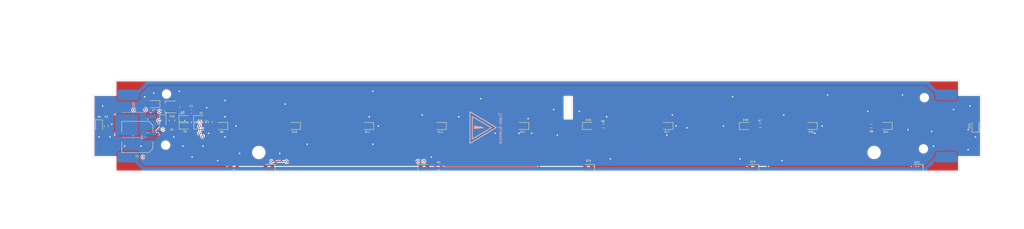
<source format=kicad_pcb>
(kicad_pcb (version 20240108) (generator "pcbnew") (generator_version "8.0")
  (layers (0 "F.Cu" signal) (31 "B.Cu" signal) (34 "B.Paste" user) (35 "F.Paste" user) (36 "B.SilkS" user "B.Silkscreen") (37 "F.SilkS" user "F.Silkscreen") (38 "B.Mask" user) (39 "F.Mask" user) (44 "Edge.Cuts" user))
  (net 0 "")
  (net 1 "AC1")
  (net 2 "AC2")
  (net 3 "Net-(D5-A)")
  (net 4 "VCC")
  (net 5 "GND")
  (net 6 "Net-(D10-A)")
  (net 7 "Net-(D9-A)")
  (net 8 "Net-(D7-K)")
  (net 9 "Net-(D12-K)")
  (net 10 "Net-(D13-K)")
  (net 11 "/Vled")
  (net 12 "Net-(R2-Pad2)")
  (net 13 "Net-(U1-VO)")
  (net 14 "Net-(D6-K)")
  (net 15 "Net-(D6-A)")
  (net 16 "Net-(D10-K)")
  (net 17 "Net-(D12-A)")
  (net 18 "Net-(D15-K)")
  (net 19 "Net-(D15-A)")
  (net 20 "Net-(D16-K)")
  (net 21 "Net-(D18-K)")
  (net 22 "Net-(D18-A)")
  (net 23 "Net-(D19-K)")
  (net 24 "Net-(D21-A)")
  (net 25 "Net-(D21-K)")
  (net 26 "Net-(D22-K)")
  (footprint "LED_SMD:LED_0805_2012Metric" (layer "F.Cu") (at 34.5 113 180)
    (property "Reference" "D7" (at 0 -1.65 0) (layer "F.SilkS") (effects (font (size 0.5 0.5) (thickness 0.075))))
    (property "Value" "LED")
    (pad "1" smd roundrect (at -0.9375 0 180) (size 0.975 1.4) (layers "F.Cu" "F.Paste" "F.Mask") (net 8 "Net-(D7-K)"))
    (pad "2" smd roundrect (at 0.9375 0 180) (size 0.975 1.4) (layers "F.Cu" "F.Paste" "F.Mask") (net 14 "Net-(D6-K)"))
  )
  (footprint "LED_SMD:LED_0805_2012Metric" (layer "F.Cu") (at 259.5 119 90)
    (property "Reference" "D23" (at 0 -1.65 90) (layer "F.SilkS") (effects (font (size 0.5 0.5) (thickness 0.075))))
    (property "Value" "LED")
    (pad "1" smd roundrect (at -0.9375 0 90) (size 0.975 1.4) (layers "F.Cu" "F.Paste" "F.Mask") (net 5 "GND"))
    (pad "2" smd roundrect (at 0.9375 0 90) (size 0.975 1.4) (layers "F.Cu" "F.Paste" "F.Mask") (net 26 "Net-(D22-K)"))
  )
  (footprint "custom_kicad_lib_sk:R_0603_smalltext" (layer "F.Cu") (at 231 119)
    (property "Reference" "R8" (at 0 1.5 0) (layer "F.SilkS") (effects (font (size 0.5 0.5) (thickness 0.075))))
    (property "Value" "10R")
    (pad "1" smd roundrect (at -0.9125 0) (size 0.975 0.95) (layers "F.Cu" "F.Paste" "F.Mask") (net 11 "/Vled"))
    (pad "2" smd roundrect (at 0.9125 0) (size 0.975 0.95) (layers "F.Cu" "F.Paste" "F.Mask") (net 24 "Net-(D21-A)"))
  )
  (footprint "LED_SMD:LED_0805_2012Metric" (layer "F.Cu") (at 66 130.429 180)
    (property "Reference" "D9" (at 0 -1.65 0) (layer "F.SilkS") (effects (font (size 0.5 0.5) (thickness 0.075))))
    (property "Value" "LED")
    (pad "1" smd roundrect (at -0.9375 0 180) (size 0.975 1.4) (layers "F.Cu" "F.Paste" "F.Mask") (net 6 "Net-(D10-A)"))
    (pad "2" smd roundrect (at 0.9375 0 180) (size 0.975 1.4) (layers "F.Cu" "F.Paste" "F.Mask") (net 7 "Net-(D9-A)"))
  )
  (footprint "LED_SMD:LED_0805_2012Metric" (layer "F.Cu") (at 73 119 180)
    (property "Reference" "D10" (at 0 -1.65 0) (layer "F.SilkS") (effects (font (size 0.5 0.5) (thickness 0.075))))
    (property "Value" "LED")
    (pad "1" smd roundrect (at -0.9375 0 180) (size 0.975 1.4) (layers "F.Cu" "F.Paste" "F.Mask") (net 16 "Net-(D10-K)"))
    (pad "2" smd roundrect (at 0.9375 0 180) (size 0.975 1.4) (layers "F.Cu" "F.Paste" "F.Mask") (net 6 "Net-(D10-A)"))
  )
  (footprint "LED_SMD:LED_0805_2012Metric" (layer "F.Cu") (at 19.5 119 -90)
    (property "Reference" "D6" (at -2.5 0 0) (layer "F.SilkS") (effects (font (size 0.5 0.5) (thickness 0.075))))
    (property "Value" "LED")
    (pad "1" smd roundrect (at -0.9375 0 270) (size 0.975 1.4) (layers "F.Cu" "F.Paste" "F.Mask") (net 14 "Net-(D6-K)"))
    (pad "2" smd roundrect (at 0.9375 0 270) (size 0.975 1.4) (layers "F.Cu" "F.Paste" "F.Mask") (net 15 "Net-(D6-A)"))
  )
  (footprint "LED_SMD:LED_0805_2012Metric" (layer "F.Cu") (at 175 119 180)
    (property "Reference" "D17" (at 0 -1.65 0) (layer "F.SilkS") (effects (font (size 0.5 0.5) (thickness 0.075))))
    (property "Value" "LED")
    (pad "1" smd roundrect (at -0.9375 0 180) (size 0.975 1.4) (layers "F.Cu" "F.Paste" "F.Mask") (net 5 "GND"))
    (pad "2" smd roundrect (at 0.9375 0 180) (size 0.975 1.4) (layers "F.Cu" "F.Paste" "F.Mask") (net 20 "Net-(D16-K)"))
  )
  (footprint "LED_SMD:LED_0805_2012Metric" (layer "F.Cu") (at 93 119 180)
    (property "Reference" "D11" (at 0 -1.65 0) (layer "F.SilkS") (effects (font (size 0.5 0.5) (thickness 0.075))))
    (property "Value" "LED")
    (pad "1" smd roundrect (at -0.9375 0 180) (size 0.975 1.4) (layers "F.Cu" "F.Paste" "F.Mask") (net 5 "GND"))
    (pad "2" smd roundrect (at 0.9375 0 180) (size 0.975 1.4) (layers "F.Cu" "F.Paste" "F.Mask") (net 16 "Net-(D10-K)"))
  )
  (footprint "Potentiometer_SMD:Potentiometer_Bourns_TC33X_Vertical" (layer "F.Cu") (at 39.497 113.792 180)
    (property "Reference" "RV1" (at 0 -2.5 180) (layer "F.SilkS") (effects (font (size 0.5 0.5) (thickness 0.075))))
    (property "Value" "500R")
    (pad "1" smd rect (at -1.8 -1 180) (size 1.2 1.2) (layers "F.Cu" "F.Paste" "F.Mask") (net 11 "/Vled"))
    (pad "2" smd rect (at 1.45 0 180) (size 1.5 1.6) (layers "F.Cu" "F.Paste" "F.Mask") (net 11 "/Vled"))
    (pad "3" smd rect (at -1.8 1 180) (size 1.2 1.2) (layers "F.Cu" "F.Paste" "F.Mask") (net 12 "Net-(R2-Pad2)"))
  )
  (footprint "LED_SMD:LED_0805_2012Metric" (layer "F.Cu") (at 112.9375 119 180)
    (property "Reference" "D13" (at 0 -1.65 0) (layer "F.SilkS") (effects (font (size 0.5 0.5) (thickness 0.075))))
    (property "Value" "LED")
    (pad "1" smd roundrect (at -0.9375 0 180) (size 0.975 1.4) (layers "F.Cu" "F.Paste" "F.Mask") (net 10 "Net-(D13-K)"))
    (pad "2" smd roundrect (at 0.9375 0 180) (size 0.975 1.4) (layers "F.Cu" "F.Paste" "F.Mask") (net 9 "Net-(D12-K)"))
  )
  (footprint "LED_SMD:LED_0805_2012Metric" (layer "F.Cu") (at 198.5 130.5 180)
    (property "Reference" "D19" (at -0.001 1.714 0) (layer "F.SilkS") (effects (font (size 0.5 0.5) (thickness 0.075))))
    (property "Value" "LED")
    (pad "1" smd roundrect (at -0.9375 0 180) (size 0.975 1.4) (layers "F.Cu" "F.Paste" "F.Mask") (net 23 "Net-(D19-K)"))
    (pad "2" smd roundrect (at 0.9375 0 180) (size 0.975 1.4) (layers "F.Cu" "F.Paste" "F.Mask") (net 21 "Net-(D18-K)"))
  )
  (footprint "Diode_SMD:D_SOD-323" (layer "F.Cu") (at 47.05 119)
    (property "Reference" "D1" (at 0 1.5 0) (layer "F.SilkS") (effects (font (size 0.5 0.5) (thickness 0.075))))
    (property "Value" "1N4148WS")
    (pad "1" smd roundrect (at -1.05 0) (size 0.6 0.45) (layers "F.Cu" "F.Paste" "F.Mask") (net 2 "AC2"))
    (pad "2" smd roundrect (at 1.05 0) (size 0.6 0.45) (layers "F.Cu" "F.Paste" "F.Mask") (net 5 "GND"))
  )
  (footprint "custom_kicad_lib_sk:R_0603_smalltext" (layer "F.Cu") (at 56.4375 130.429)
    (property "Reference" "R4" (at 0.0875 1.5 180) (layer "F.SilkS") (effects (font (size 0.5 0.5) (thickness 0.075))))
    (property "Value" "10R")
    (pad "1" smd roundrect (at -0.9125 0) (size 0.975 0.95) (layers "F.Cu" "F.Paste" "F.Mask") (net 11 "/Vled"))
    (pad "2" smd roundrect (at 0.9125 0) (size 0.975 0.95) (layers "F.Cu" "F.Paste" "F.Mask") (net 7 "Net-(D9-A)"))
  )
  (footprint "LED_SMD:LED_0805_2012Metric" (layer "F.Cu") (at 153.5625 119)
    (property "Reference" "D15" (at 0 -1.65 0) (layer "F.SilkS") (effects (font (size 0.5 0.5) (thickness 0.075))))
    (property "Value" "LED")
    (pad "1" smd roundrect (at -0.9375 0) (size 0.975 1.4) (layers "F.Cu" "F.Paste" "F.Mask") (net 18 "Net-(D15-K)"))
    (pad "2" smd roundrect (at 0.9375 0) (size 0.975 1.4) (layers "F.Cu" "F.Paste" "F.Mask") (net 19 "Net-(D15-A)"))
  )
  (footprint "Capacitor_SMD:C_Elec_8x10.2" (layer "F.Cu") (at 30 122 180)
    (property "Reference" "C3" (at 0 -5.2 180) (layer "F.SilkS") (effects (font (size 0.5 0.5) (thickness 0.075))))
    (property "Value" "220uF")
    (pad "1" smd roundrect (at -3.6 0 180) (size 4.5 2.1) (layers "F.Cu" "F.Paste" "F.Mask") (roundrect_rratio 0.119048) (net 3 "Net-(D5-A)"))
    (pad "2" smd roundrect (at 3.6 0 180) (size 4.5 2.1) (layers "F.Cu" "F.Paste" "F.Mask") (roundrect_rratio 0.119048) (net 5 "GND"))
  )
  (footprint "Diode_SMD:D_SOD-323" (layer "F.Cu") (at 47 117)
    (property "Reference" "D2" (at 0.5 -1.5 0) (layer "F.SilkS") (effects (font (size 0.5 0.5) (thickness 0.075))))
    (property "Value" "1N4148WS")
    (pad "1" smd roundrect (at -1.05 0) (size 0.6 0.45) (layers "F.Cu" "F.Paste" "F.Mask") (net 1 "AC1"))
    (pad "2" smd roundrect (at 1.05 0) (size 0.6 0.45) (layers "F.Cu" "F.Paste" "F.Mask") (net 5 "GND"))
  )
  (footprint "MountingHole:MountingHole_3.2mm_M3" (layer "F.Cu") (at 231.75 126.25)
    (property "Reference" "REF**" (hide yes))
    (property "Value" "MountingHole_3.2mm_M3")
    (pad "" np_thru_hole circle (at 0 0) (size 3.2 3.2) (drill 3.2) (layers "F&B.Cu" "*.Mask"))
  )
  (footprint "MountingHole:MountingHole_2.1mm" (layer "F.Cu") (at 38 110.25)
    (property "Reference" "REF**" (hide yes))
    (property "Value" "MountingHole_2.1mm")
    (pad "" np_thru_hole circle (at 0 0) (size 2.1 2.1) (drill 2.1) (layers "F&B.Cu" "*.Mask"))
  )
  (footprint "MountingHole:MountingHole_3.2mm_M3" (layer "F.Cu") (at 63.25 126.25)
    (property "Reference" "REF**" (hide yes))
    (property "Value" "MountingHole_3.2mm_M3")
    (pad "" np_thru_hole circle (at 0 0) (size 3.2 3.2) (drill 3.2) (layers "*.Cu" "*.Mask"))
  )
  (footprint "Capacitor_SMD:C_0603_1608Metric" (layer "F.Cu") (at 44.775 115)
    (property "Reference" "C1" (at 0 -1.43 0) (layer "F.SilkS") (effects (font (size 0.5 0.5) (thickness 0.075))))
    (property "Value" "100nF")
    (pad "1" smd roundrect (at -0.775 0) (size 0.9 0.95) (layers "F.Cu" "F.Paste" "F.Mask") (net 4 "VCC"))
    (pad "2" smd roundrect (at 0.775 0) (size 0.9 0.95) (layers "F.Cu" "F.Paste" "F.Mask") (net 5 "GND"))
  )
  (footprint "LED_SMD:LED_0805_2012Metric" (layer "F.Cu") (at 53.0625 119 180)
    (property "Reference" "D8" (at 0 -1.65 0) (layer "F.SilkS") (effects (font (size 0.5 0.5) (thickness 0.075))))
    (property "Value" "LED")
    (pad "1" smd roundrect (at -0.9375 0 180) (size 0.975 1.4) (layers "F.Cu" "F.Paste" "F.Mask") (net 5 "GND"))
    (pad "2" smd roundrect (at 0.9375 0 180) (size 0.975 1.4) (layers "F.Cu" "F.Paste" "F.Mask") (net 8 "Net-(D7-K)"))
  )
  (footprint "Diode_SMD:D_SOD-323" (layer "F.Cu") (at 37 117.55 -90)
    (property "Reference" "D5" (at 2.45 0 0) (layer "F.SilkS") (effects (font (size 0.5 0.5) (thickness 0.075))))
    (property "Value" "1N4148WS")
    (pad "1" smd roundrect (at -1.05 0 270) (size 0.6 0.45) (layers "F.Cu" "F.Paste" "F.Mask") (net 4 "VCC"))
    (pad "2" smd roundrect (at 1.05 0 270) (size 0.6 0.45) (layers "F.Cu" "F.Paste" "F.Mask") (net 3 "Net-(D5-A)"))
  )
  (footprint "LED_SMD:LED_0805_2012Metric" (layer "F.Cu") (at 153.5 130.5 180)
    (property "Reference" "D16" (at 0 2 0) (layer "F.SilkS") (effects (font (size 0.5 0.5) (thickness 0.075))))
    (property "Value" "LED")
    (pad "1" smd roundrect (at -0.9375 0 180) (size 0.975 1.4) (layers "F.Cu" "F.Paste" "F.Mask") (net 20 "Net-(D16-K)"))
    (pad "2" smd roundrect (at 0.9375 0 180) (size 0.975 1.4) (layers "F.Cu" "F.Paste" "F.Mask") (net 18 "Net-(D15-K)"))
  )
  (footprint "MountingHole:MountingHole_2.1mm" (layer "F.Cu") (at 245.25 125.25)
    (property "Reference" "REF**" (hide yes))
    (property "Value" "MountingHole_2.1mm")
    (pad "" np_thru_hole circle (at 0 0) (size 2.1 2.1) (drill 2.1) (layers "F&B.Cu" "*.Mask"))
  )
  (footprint "custom_kicad_lib_sk:R_0603_smalltext" (layer "F.Cu") (at 200.5565 118.872 180)
    (property "Reference" "R7" (at 0.0235 1.27 0) (layer "F.SilkS") (effects (font (size 0.5 0.5) (thickness 0.075))))
    (property "Value" "10R")
    (pad "1" smd roundrect (at -0.9125 0 180) (size 0.975 0.95) (layers "F.Cu" "F.Paste" "F.Mask") (net 11 "/Vled"))
    (pad "2" smd roundrect (at 0.9125 0 180) (size 0.975 0.95) (layers "F.Cu" "F.Paste" "F.Mask") (net 22 "Net-(D18-A)"))
  )
  (footprint "LED_SMD:LED_0805_2012Metric" (layer "F.Cu") (at 196.5 119)
    (property "Reference" "D18" (at 0 -1.65 0) (layer "F.SilkS") (effects (font (size 0.5 0.5) (thickness 0.075))))
    (property "Value" "LED")
    (pad "1" smd roundrect (at -0.9375 0) (size 0.975 1.4) (layers "F.Cu" "F.Paste" "F.Mask") (net 21 "Net-(D18-K)"))
    (pad "2" smd roundrect (at 0.9375 0) (size 0.975 1.4) (layers "F.Cu" "F.Paste" "F.Mask") (net 22 "Net-(D18-A)"))
  )
  (footprint "Diode_SMD:D_SOD-323" (layer "F.Cu") (at 43 117)
    (property "Reference" "D4" (at -0.5 -1.5 0) (layer "F.SilkS") (effects (font (size 0.5 0.5) (thickness 0.075))))
    (property "Value" "1N4148WS")
    (pad "1" smd roundrect (at -1.05 0) (size 0.6 0.45) (layers "F.Cu" "F.Paste" "F.Mask") (net 4 "VCC"))
    (pad "2" smd roundrect (at 1.05 0) (size 0.6 0.45) (layers "F.Cu" "F.Paste" "F.Mask") (net 1 "AC1"))
  )
  (footprint "LED_SMD:LED_0805_2012Metric" (layer "F.Cu") (at 243.5 130.5 180)
    (property "Reference" "D22" (at 0 1.5 0) (layer "F.SilkS") (effects (font (size 0.5 0.5) (thickness 0.075))))
    (property "Value" "LED")
    (pad "1" smd roundrect (at -0.9375 0 180) (size 0.975 1.4) (layers "F.Cu" "F.Paste" "F.Mask") (net 26 "Net-(D22-K)"))
    (pad "2" smd roundrect (at 0.9375 0 180) (size 0.975 1.4) (layers "F.Cu" "F.Paste" "F.Mask") (net 25 "Net-(D21-K)"))
  )
  (footprint "custom_kicad_lib_sk:R_0603_smalltext" (layer "F.Cu") (at 112.5 130.5 180)
    (property "Reference" "R5" (at 0 1.5 0) (layer "F.SilkS") (effects (font (size 0.5 0.5) (thickness 0.075))))
    (property "Value" "10R")
    (pad "1" smd roundrect (at -0.9125 0 180) (size 0.975 0.95) (layers "F.Cu" "F.Paste" "F.Mask") (net 11 "/Vled"))
    (pad "2" smd roundrect (at 0.9125 0 180) (size 0.975 0.95) (layers "F.Cu" "F.Paste" "F.Mask") (net 17 "Net-(D12-A)"))
  )
  (footprint "LED_SMD:LED_0805_2012Metric" (layer "F.Cu") (at 214.5 119 180)
    (property "Reference" "D20" (at 0 -1.65 0) (layer "F.SilkS") (effects (font (size 0.5 0.5) (thickness 0.075))))
    (property "Value" "LED")
    (pad "1" smd roundrect (at -0.9375 0 180) (size 0.975 1.4) (layers "F.Cu" "F.Paste" "F.Mask") (net 5 "GND"))
    (pad "2" smd roundrect (at 0.9375 0 180) (size 0.975 1.4) (layers "F.Cu" "F.Paste" "F.Mask") (net 23 "Net-(D19-K)"))
  )
  (footprint "custom_kicad_lib_sk:R_0603_smalltext" (layer "F.Cu") (at 21.5 119 -90)
    (property "Reference" "R3" (at -2.5 0 0) (layer "F.SilkS") (effects (font (size 0.5 0.5) (thickness 0.075))))
    (property "Value" "10R")
    (pad "1" smd roundrect (at -0.9125 0 270) (size 0.975 0.95) (layers "F.Cu" "F.Paste" "F.Mask") (net 11 "/Vled"))
    (pad "2" smd roundrect (at 0.9125 0 270) (size 0.975 0.95) (layers "F.Cu" "F.Paste" "F.Mask") (net 15 "Net-(D6-A)"))
  )
  (footprint "Diode_SMD:D_SOD-323" (layer "F.Cu") (at 43.05 119)
    (property "Reference" "D3" (at 0 1.5 0) (layer "F.SilkS") (effects (font (size 0.5 0.5) (thickness 0.075))))
    (property "Value" "1N4148WS")
    (pad "1" smd roundrect (at -1.05 0) (size 0.6 0.45) (layers "F.Cu" "F.Paste" "F.Mask") (net 4 "VCC"))
    (pad "2" smd roundrect (at 1.05 0) (size 0.6 0.45) (layers "F.Cu" "F.Paste" "F.Mask") (net 2 "AC2"))
  )
  (footprint "custom_kicad_lib_sk:R_0805_handsolder-smalltext" (layer "F.Cu") (at 39.5 117.5 90)
    (property "Reference" "R1" (at -2.5 0 0) (layer "F.SilkS") (effects (font (size 0.5 0.5) (thickness 0.075))))
    (property "Value" "100R")
    (pad "1" smd roundrect (at -1 0 90) (size 1.2 1.4) (layers "F.Cu" "F.Paste" "F.Mask") (roundrect_rratio 0.208333) (net 3 "Net-(D5-A)"))
    (pad "2" smd roundrect (at 1 0 90) (size 1.2 1.4) (layers "F.Cu" "F.Paste" "F.Mask") (roundrect_rratio 0.208333) (net 4 "VCC"))
  )
  (footprint "LED_SMD:LED_0805_2012Metric" (layer "F.Cu") (at 235 119 180)
    (property "Reference" "D21" (at 0 -1.65 0) (layer "F.SilkS") (effects (font (size 0.5 0.5) (thickness 0.075))))
    (property "Value" "LED")
    (pad "1" smd roundrect (at -0.9375 0 180) (size 0.975 1.4) (layers "F.Cu" "F.Paste" "F.Mask") (net 25 "Net-(D21-K)"))
    (pad "2" smd roundrect (at 0.9375 0 180) (size 0.975 1.4) (layers "F.Cu" "F.Paste" "F.Mask") (net 24 "Net-(D21-A)"))
  )
  (footprint "MountingHole:MountingHole_2.1mm" (layer "F.Cu") (at 37.75 124.25)
    (property "Reference" "REF**" (hide yes))
    (property "Value" "MountingHole_2.1mm")
    (pad "" np_thru_hole circle (at 0 0) (size 2.1 2.1) (drill 2.1) (layers "F&B.Cu" "*.Mask"))
  )
  (footprint "LED_SMD:LED_0805_2012Metric" (layer "F.Cu") (at 108.5 130.5)
    (property "Reference" "D12" (at 0 -1.65 0) (layer "F.SilkS") (effects (font (size 0.5 0.5) (thickness 0.075))))
    (property "Value" "LED")
    (pad "1" smd roundrect (at -0.9375 0) (size 0.975 1.4) (layers "F.Cu" "F.Paste" "F.Mask") (net 9 "Net-(D12-K)"))
    (pad "2" smd roundrect (at 0.9375 0) (size 0.975 1.4) (layers "F.Cu" "F.Paste" "F.Mask") (net 17 "Net-(D12-A)"))
  )
  (footprint "MountingHole:MountingHole_2.1mm" (layer "F.Cu") (at 245.5 111.25)
    (property "Reference" "REF**" (hide yes))
    (property "Value" "MountingHole_2.1mm")
    (pad "" np_thru_hole circle (at 0 0) (size 2.1 2.1) (drill 2.1) (layers "*.Cu" "*.Mask"))
  )
  (footprint "LED_SMD:LED_0805_2012Metric" (layer "F.Cu") (at 135.5 119 180)
    (property "Reference" "D14" (at 0 -1.65 0) (layer "F.SilkS") (effects (font (size 0.5 0.5) (thickness 0.075))))
    (property "Value" "LED")
    (pad "1" smd roundrect (at -0.9375 0 180) (size 0.975 1.4) (layers "F.Cu" "F.Paste" "F.Mask") (net 5 "GND"))
    (pad "2" smd roundrect (at 0.9375 0 180) (size 0.975 1.4) (layers "F.Cu" "F.Paste" "F.Mask") (net 10 "Net-(D13-K)"))
  )
  (footprint "custom_kicad_lib_sk:R_0603_smalltext" (layer "F.Cu") (at 50 117.9125 90)
    (property "Reference" "R2" (at 0.15 -1.125 90) (layer "F.SilkS") (effects (font (size 0.5 0.5) (thickness 0.075))))
    (property "Value" "100R")
    (pad "1" smd roundrect (at -0.9125 0 90) (size 0.975 0.95) (layers "F.Cu" "F.Paste" "F.Mask") (net 13 "Net-(U1-VO)"))
    (pad "2" smd roundrect (at 0.9125 0 90) (size 0.975 0.95) (layers "F.Cu" "F.Paste" "F.Mask") (net 12 "Net-(R2-Pad2)"))
  )
  (footprint "custom_kicad_lib_sk:R_0603_smalltext" (layer "F.Cu") (at 157.607 118.999 180)
    (property "Reference" "R6" (at 0.127 1.27 0) (layer "F.SilkS") (effects (font (size 0.5 0.5) (thickness 0.075))))
    (property "Value" "10R")
    (pad "1" smd roundrect (at -0.9125 0 180) (size 0.975 0.95) (layers "F.Cu" "F.Paste" "F.Mask") (net 11 "/Vled"))
    (pad "2" smd roundrect (at 0.9125 0 180) (size 0.975 0.95) (layers "F.Cu" "F.Paste" "F.Mask") (net 19 "Net-(D15-A)"))
  )
  (footprint "custom_kicad_lib_sk:01_solderpad_2.54" (layer "B.Cu") (at 27.5 127.5 180)
    (property "Reference" "J2" (hide yes))
    (property "Value" "Conn_01x01_Pin")
    (pad "1" smd roundrect (at 0 0 180) (size 6 3) (layers "B.Cu" "B.Paste" "B.Mask") (net 1 "AC1"))
  )
  (footprint "custom_kicad_lib_sk:01_solderpad_2.54" (layer "B.Cu") (at 27.5 110.5 180)
    (property "Reference" "J1" (hide yes))
    (property "Value" "Conn_01x01_Pin")
    (pad "1" smd roundrect (at 0 0 180) (size 6 3) (layers "B.Cu" "B.Paste" "B.Mask") (net 2 "AC2"))
  )
  (footprint "Package_TO_SOT_SMD:TO-252-2" (layer "B.Cu") (at 28.96 118.72 180)
    (property "Reference" "U1" (at 0 4.5 0) (layer "B.SilkS") (effects (font (size 0.5 0.5) (thickness 0.075)) (justify mirror)))
    (property "Value" "LM317_TO-252")
    (pad "1" smd roundrect (at -5.04 2.28 180) (size 2.2 1.2) (layers "B.Cu" "B.Paste" "B.Mask") (roundrect_rratio 0.208333) (net 11 "/Vled"))
    (pad "2" smd roundrect (at 0.225 -1.525 180) (size 3.05 2.75) (layers "B.Cu" "B.Paste") (roundrect_rratio 0.090909) (net 13 "Net-(U1-VO)"))
    (pad "2" smd roundrect (at 0.225 1.525 180) (size 3.05 2.75) (layers "B.Cu" "B.Paste") (roundrect_rratio 0.090909) (net 13 "Net-(U1-VO)"))
    (pad "2" smd roundrect (at 1.9 0 180) (size 6.4 5.8) (layers "B.Cu" "B.Mask") (roundrect_rratio 0.043103) (net 13 "Net-(U1-VO)"))
    (pad "2" smd roundrect (at 3.575 -1.525 180) (size 3.05 2.75) (layers "B.Cu" "B.Paste") (roundrect_rratio 0.090909) (net 13 "Net-(U1-VO)"))
    (pad "2" smd roundrect (at 3.575 1.525 180) (size 3.05 2.75) (layers "B.Cu" "B.Paste") (roundrect_rratio 0.090909) (net 13 "Net-(U1-VO)"))
    (pad "3" smd roundrect (at -5.04 -2.28 180) (size 2.2 1.2) (layers "B.Cu" "B.Paste" "B.Mask") (roundrect_rratio 0.208333) (net 4 "VCC"))
  )
  (footprint "custom_kicad_lib_sk:01_solderpad_2.54" (layer "B.Cu") (at 251.5 110.5 180)
    (property "Reference" "J3" (hide yes))
    (property "Value" "Conn_01x01_Pin")
    (pad "1" smd roundrect (at 0 0 180) (size 6 3) (layers "B.Cu" "B.Paste" "B.Mask") (net 2 "AC2"))
  )
  (footprint "custom_kicad_lib_sk:Train-Science logo small" (layer "B.Cu") (at 125.5 119.5 -90)
    (property "Reference" "G***" (hide yes))
    (property "Value" "LOGO" (hide yes))
  )
  (footprint "custom_kicad_lib_sk:01_solderpad_2.54" (layer "B.Cu") (at 251.5 127.5 180)
    (property "Reference" "J4" (hide yes))
    (property "Value" "Conn_01x01_Pin")
    (pad "1" smd roundrect (at 0 0 180) (size 6 3) (layers "B.Cu" "B.Paste" "B.Mask") (net 1 "AC1"))
  )
  (gr_line (start 255 106.5) (end 255 110.5) (stroke (width 0.1)) (layer "Edge.Cuts"))
  (gr_rect (start 147 111) (end 149 117) (stroke (width 0.1)) (fill none) (layer "Edge.Cuts"))
  (gr_line (start 24 131.5) (end 255 131.5) (stroke (width 0.1)) (layer "Edge.Cuts"))
  (gr_line (start 24 127.5) (end 18 127.5) (stroke (width 0.1)) (layer "Edge.Cuts"))
  (gr_line (start 24 106.5) (end 24 110.5) (stroke (width 0.1)) (layer "Edge.Cuts"))
  (gr_line (start 255 110.5) (end 261 110.5) (stroke (width 0.1)) (layer "Edge.Cuts"))
  (gr_line (start 24 110.5) (end 18 110.5) (stroke (width 0.1)) (layer "Edge.Cuts"))
  (gr_line (start 255 127.5) (end 261 127.5) (stroke (width 0.1)) (layer "Edge.Cuts"))
  (gr_line (start 24 131.5) (end 24 127.5) (stroke (width 0.1)) (layer "Edge.Cuts"))
  (gr_line (start 255 131.5) (end 255 127.5) (stroke (width 0.1)) (layer "Edge.Cuts"))
  (gr_line (start 255 106.5) (end 24 106.5) (stroke (width 0.1)) (layer "Edge.Cuts"))
  (gr_line (start 18 127.5) (end 18 110.5) (stroke (width 0.1)) (layer "Edge.Cuts"))
  (gr_line (start 261 127.5) (end 261 110.5) (stroke (width 0.1)) (layer "Edge.Cuts"))
  (segment (start 47 121) (end 47 123) (width 0.2) (layer "F.Cu") (net 1))
  (segment (start 44.05 117) (end 45.95 117) (width 0.25) (layer "F.Cu") (net 1))
  (segment (start 45.95 117.95) (end 47 119) (width 0.2) (layer "F.Cu") (net 1))
  (segment (start 42.5 127.5) (end 31.5 127.5) (width 0.2) (layer "F.Cu") (net 1))
  (segment (start 45.95 117) (end 45.95 117.95) (width 0.2) (layer "F.Cu") (net 1))
  (segment (start 47 123) (end 42.5 127.5) (width 0.2) (layer "F.Cu") (net 1))
  (via (at 47 121) (size 0.8) (drill 0.4) (layers "F.Cu" "B.Cu") (net 1))
  (via (at 47 119) (size 0.8) (drill 0.4) (layers "F.Cu" "B.Cu") (net 1))
  (via (at 31.5 127.5) (size 0.8) (drill 0.4) (layers "F.Cu" "B.Cu") (net 1))
  (segment (start 245.8 130.7) (end 31.7 130.7) (width 1) (layer "B.Cu") (net 1))
  (segment (start 47 119) (end 47 121) (width 0.2) (layer "B.Cu") (net 1))
  (segment (start 31.7 130.7) (end 27.5 126.5) (width 1) (layer "B.Cu") (net 1))
  (segment (start 250 126.5) (end 245.8 130.7) (width 1) (layer "B.Cu") (net 1))
  (segment (start 31.5 127.5) (end 27.5 127.5) (width 0.2) (layer "B.Cu") (net 1))
  (segment (start 43.416 119.525) (end 43.941 119) (width 0.2) (layer "F.Cu") (net 2))
  (segment (start 40.513 118.39948) (end 41.63852 119.525) (width 0.2) (layer "F.Cu") (net 2))
  (segment (start 46 119) (end 44.1 119) (width 0.25) (layer "F.Cu") (net 2))
  (segment (start 41.63852 119.525) (end 43.416 119.525) (width 0.2) (layer "F.Cu") (net 2))
  (segment (start 33.595 118.237) (end 36.04195 118.237) (width 0.2) (layer "F.Cu") (net 2))
  (segment (start 30.039 114.681) (end 33.595 118.237) (width 0.2) (layer "F.Cu") (net 2))
  (segment (start 36.727264 117.551686) (end 40.13643 117.551686) (width 0.2) (layer "F.Cu") (net 2))
  (segment (start 36.04195 118.237) (end 36.727264 117.551686) (width 0.2) (layer "F.Cu") (net 2))
  (segment (start 40.13643 117.551686) (end 40.513 117.928256) (width 0.2) (layer "F.Cu") (net 2))
  (segment (start 28.956 114.681) (end 30.039 114.681) (width 0.2) (layer "F.Cu") (net 2))
  (segment (start 40.513 117.928256) (end 40.513 118.39948) (width 0.2) (layer "F.Cu") (net 2))
  (via (at 28.956 114.681) (size 0.8) (drill 0.4) (layers "F.Cu" "B.Cu") (net 2))
  (segment (start 28.956 114.681) (end 28.956 111.956) (width 0.2) (layer "B.Cu") (net 2))
  (segment (start 250.5 111.5) (end 246.3 107.3) (width 1) (layer "B.Cu") (net 2))
  (segment (start 246.3 107.3) (end 32.7 107.3) (width 1) (layer "B.Cu") (net 2))
  (segment (start 32.7 107.3) (end 28.5 111.5) (width 1) (layer "B.Cu") (net 2))
  (segment (start 28.956 111.956) (end 27.5 110.5) (width 0.2) (layer "B.Cu") (net 2))
  (segment (start 33.6 122) (end 37 118.6) (width 0.25) (layer "F.Cu") (net 3))
  (segment (start 37 118.6) (end 39.4 118.6) (width 0.25) (layer "F.Cu") (net 3))
  (segment (start 36.025 117.475) (end 37 116.5) (width 0.2) (layer "F.Cu") (net 4))
  (segment (start 41.95 117) (end 41.95 118.95) (width 0.25) (layer "F.Cu") (net 4))
  (segment (start 35.814 117.475) (end 36.025 117.475) (width 0.2) (layer "F.Cu") (net 4))
  (segment (start 41.45 116.5) (end 41.95 117) (width 0.25) (layer "F.Cu") (net 4))
  (segment (start 39.5 116.5) (end 41.45 116.5) (width 0.25) (layer "F.Cu") (net 4))
  (segment (start 43.95 115) (end 41.95 117) (width 0.25) (layer "F.Cu") (net 4))
  (segment (start 39.5 116.5) (end 37 116.5) (width 0.25) (layer "F.Cu") (net 4))
  (via (at 35.814 117.475) (size 0.8) (drill 0.4) (layers "F.Cu" "B.Cu") (net 4))
  (segment (start 35.814 117.475) (end 35.814 119.186) (width 0.2) (layer "B.Cu") (net 4))
  (segment (start 35.814 119.186) (end 34 121) (width 0.2) (layer "B.Cu") (net 4))
  (segment (start 136.4375 119) (end 134.5 120.9375) (width 0.2) (layer "F.Cu") (net 5))
  (segment (start 134.5 120.9375) (end 134.5 121) (width 0.2) (layer "F.Cu") (net 5))
  (via (at 31 124.5) (size 0.8) (drill 0.4) (layers "F.Cu" "B.Cu") (net 5))
  (via (at 41.5 109.5) (size 0.8) (drill 0.4) (layers "F.Cu" "B.Cu") (net 5))
  (via (at 44.831 117.983) (size 0.5) (drill 0.3) (layers "F.Cu" "B.Cu") (net 5))
  (via (at 180.5 119.5) (size 0.8) (drill 0.4) (layers "F.Cu" "B.Cu") (net 5))
  (via (at 94.5 124) (size 0.8) (drill 0.4) (layers "F.Cu" "B.Cu") (net 5))
  (via (at 43 117.5) (size 0.5) (drill 0.3) (layers "F.Cu" "B.Cu") (net 5))
  (via (at 259.5 122) (size 0.8) (drill 0.4) (layers "F.Cu" "B.Cu") (net 5))
  (via (at 195 128) (size 0.8) (drill 0.4) (layers "F.Cu" "B.Cu") (net 5))
  (via (at 45 127.5) (size 0.8) (drill 0.4) (layers "F.Cu" "B.Cu") (net 5))
  (via (at 128 121) (size 0.8) (drill 0.4) (layers "F.Cu" "B.Cu") (net 5))
  (via (at 219 110.5) (size 0.8) (drill 0.4) (layers "F.Cu" "B.Cu") (net 5))
  (via (at 207 116) (size 0.8) (drill 0.4) (layers "F.Cu" "B.Cu") (net 5))
  (via (at 52 128.5) (size 0.8) (drill 0.4) (layers "F.Cu" "B.Cu") (net 5))
  (via (at 124 111.5) (size 0.8) (drill 0.4) (layers "F.Cu" "B.Cu") (net 5))
  (via (at 49.5 121) (size 0.8) (drill 0.4) (layers "F.Cu" "B.Cu") (net 5))
  (via (at 108 116) (size 0.8) (drill 0.4) (layers "F.Cu" "B.Cu") (net 5))
  (via (at 258 113.5) (size 0.8) (drill 0.4) (layers "F.Cu" "B.Cu") (net 5))
  (via (at 26.5 124.5) (size 0.8) (drill 0.4) (layers "F.Cu" "B.Cu") (net 5))
  (via (at 20.5 113.5) (size 0.8) (drill 0.4) (layers "F.Cu" "B.Cu") (net 5))
  (via (at 70.5 113) (size 0.8) (drill 0.4) (layers "F.Cu" "B.Cu") (net 5))
  (via (at 175 121.5) (size 0.8) (drill 0.4) (layers "F.Cu" "B.Cu") (net 5))
  (via (at 34.5 110) (size 0.8) (drill 0.4) (layers "F.Cu" "B.Cu") (net 5))
  (via (at 257.5 125.5) (size 0.8) (drill 0.4) (layers "F.Cu" "B.Cu") (net 5))
  (via (at 23 118.5) (size 0.8) (drill 0.4) (layers "F.Cu" "B.Cu") (net 5))
  (via (at 239.5 110.5) (size 0.8) (drill 0.4) (layers "F.Cu" "B.Cu") (net 5))
  (via (at 257.5 120) (size 0.8) (drill 0.4) (layers "F.Cu" "B.Cu") (net 5))
  (via (at 93.5 116.5) (size 0.8) (drill 0.4) (layers "F.Cu" "B.Cu") (net 5))
  (via (at 177.5 119) (size 0.8) (drill 0.4) (layers "F.Cu" "B.Cu") (net 5))
  (via (at 248 124.5) (size 0.8) (drill 0.4) (layers "F.Cu" "B.Cu") (net 5))
  (via (at 19.5 122) (size 0.8) (drill 0.4) (layers "F.Cu" "B.Cu") (net 5))
  (via (at 253.5 114.5) (size 0.8) (drill 0.4) (layers "F.Cu" "B.Cu") (net 5))
  (via (at 69 126.5) (size 0.8) (drill 0.4) (layers "F.Cu" "B.Cu") (net 5))
  (via (at 118 116.5) (size 0.8) (drill 0.4) (layers "F.Cu" "B.Cu") (net 5))
  (via (at 158.5 116.5) (size 0.8) (drill 0.4) (layers "F.Cu" "B.Cu") (net 5))
  (via (at 145 121.5) (size 0.8) (drill 0.4) (layers "F.Cu" "B.Cu") (net 5))
  (via (at 217.5 119) (size 0.8) (drill 0.4) (layers "F.Cu" "B.Cu") (net 5))
  (via (at 58 126.5) (size 0.8) (drill 0.4) (layers "F.Cu" "B.Cu") (net 5))
  (via (at 96 119) (size 0.8) (drill 0.4) (layers "F.Cu" "B.Cu") (net 5))
  (via (at 76.5 124) (size 0.8) (drill 0.4) (layers "F.Cu" "B.Cu") (net 5))
  (via (at 137 117) (size 0.8) (drill 0.4) (layers "F.Cu" "B.Cu") (net 5))
  (via (at 110.5 127.5) (size 0.8) (drill 0.4) (layers "F.Cu" "B.Cu") (net 5))
  (via (at 190.5 119) (size 0.8) (drill 0.4) (layers "F.Cu" "B.Cu") (net 5))
  (via (at 193 111) (size 0.8) (drill 0.4) (layers "F.Cu" "B.Cu") (net 5))
  (via (at 134.5 121) (size 0.8) (drill 0.4) (layers "F.Cu" "B.Cu") (net 5))
  (via (at 40 122) (size 0.8) (drill 0.4) (layers "F.Cu" "B.Cu") (net 5))
  (via (at 176.5 116) (size 0.8) (drill 0.4) (layers "F.Cu" "B.Cu") (net 5))
  (via (at 159.5 128) (size 0.8) (drill 0.4) (layers "F.Cu" "B.Cu") (net 5))
  (via (at 94.5 109.5) (size 0.8) (drill 0.4) (layers "F.Cu" "B.Cu") (net 5))
  (via (at 151 115) (size 0.8) (drill 0.4) (layers "F.Cu" "B.Cu") (net 5))
  (via (at 54 116.5) (size 0.8) (drill 0.4) (layers "F.Cu" "B.Cu") (net 5))
  (via (at 42.672 115.062) (size 0.5) (drill 0.3) (layers "F.Cu" "B.Cu") (net 5))
  (via (at 241 120) (size 0.8) (drill 0.4) (layers "F.Cu" "B.Cu") (net 5))
  (via (at 54 112) (size 0.8) (drill 0.4) (layers "F.Cu" "B.Cu") (net 5))
  (via (at 206.5 128.5) (size 0.8) (drill 0.4) (layers "F.Cu" "B.Cu") (net 5))
  (via (at 37.846 115.443) (size 0.5) (drill 0.3) (layers "F.Cu" "B.Cu") (net 5))
  (via (at 144 114.5) (size 0.8) (drill 0.4) (layers "F.Cu" "B.Cu") (net 5))
  (via (at 247.5 120.5) (size 0.8) (drill 0.4) (layers "F.Cu" "B.Cu") (net 5))
  (via (at 22.5 122) (size 0.8) (drill 0.4) (layers "F.Cu" "B.Cu") (net 5))
  (via (at 48 124.5) (size 0.8) (drill 0.4) (layers "F.Cu" "B.Cu") (net 5))
  (via (at 54 122) (size 0.8) (drill 0.4) (layers "F.Cu" "B.Cu") (net 5))
  (via (at 138 121) (size 0.8) (drill 0.4) (layers "F.Cu" "B.Cu") (net 5))
  (via (at 49 114) (size 0.8) (drill 0.4) (layers "F.Cu" "B.Cu") (net 5))
  (via (at 42.5 124.5) (size 0.8) (drill 0.4) (layers "F.Cu" "B.Cu") (net 5))
  (via (at 230 115) (size 0.8) (drill 0.4) (layers "F.Cu" "B.Cu") (net 5))
  (via (at 215.5 121) (size 0.8) (drill 0.4) (layers "F.Cu" "B.Cu") (net 5))
  (via (at 32 111) (size 0.8) (drill 0.4) (layers "F.Cu" "B.Cu") (net 5))
  (via (at 57 119) (size 0.8) (drill 0.4) (layers "F.Cu" "B.Cu") (net 5))
  (segment (start 72.0625 125.875) (end 72.0625 119) (width 0.25) (layer "F.Cu") (net 6))
  (segment (start 66.9375 129.9125) (end 68.199 128.651) (width 0.25) (layer "F.Cu") (net 6))
  (segment (start 69.2865 128.651) (end 72.0625 125.875) (width 0.25) (layer "F.Cu") (net 6))
  (segment (start 68.199 128.651) (end 69.2865 128.651) (width 0.25) (layer "F.Cu") (net 6))
  (segment (start 57.779 130.429) (end 57.35 130) (width 0.25) (layer "F.Cu") (net 7))
  (segment (start 64.6335 130.429) (end 57.779 130.429) (width 0.25) (layer "F.Cu") (net 7))
  (segment (start 36.62675 111.81075) (end 39.82725 111.81075) (width 0.25) (layer "F.Cu") (net 8))
  (segment (start 52.125 114.609) (end 48.387 110.871) (width 0.25) (layer "F.Cu") (net 8))
  (segment (start 48.387 110.871) (end 40.767 110.871) (width 0.25) (layer "F.Cu") (net 8))
  (segment (start 39.82725 111.81075) (end 40.767 110.871) (width 0.25) (layer "F.Cu") (net 8))
  (segment (start 36.62675 111.81075) (end 35.4375 113) (width 0.25) (layer "F.Cu") (net 8))
  (segment (start 52.125 119) (end 52.125 114.609) (width 0.25) (layer "F.Cu") (net 8))
  (segment (start 107.5625 123.4375) (end 112 119) (width 0.25) (layer "F.Cu") (net 9))
  (segment (start 107.5625 131) (end 107.5625 123.4375) (width 0.25) (layer "F.Cu") (net 9))
  (segment (start 113.875 119) (end 134.5625 119) (width 0.2) (layer "F.Cu") (net 10))
  (segment (start 41.297 114.792) (end 39.047 114.792) (width 0.2) (layer "F.Cu") (net 11))
  (segment (start 25.338 113.981) (end 31.685 113.981) (width 0.2) (layer "F.Cu") (net 11))
  (segment (start 36 115) (end 36.839 115) (width 0.2) (layer "F.Cu") (net 11))
  (segment (start 56.388 129.54) (end 57.227999 128.700001) (width 0.25) (layer "F.Cu") (net 11))
  (segment (start 31.685 113.981) (end 32.258 114.554) (width 0.2) (layer "F.Cu") (net 11))
  (segment (start 70.866 128.778) (end 106.68 128.778) (width 0.25) (layer "F.Cu") (net 11))
  (segment (start 160.0185 117.5) (end 200.097 117.5) (width 0.2) (layer "F.Cu") (net 11))
  (segment (start 56.388 129.566) (end 56.388 129.54) (width 0.25) (layer "F.Cu") (net 11))
  (segment (start 200.097 117.5) (end 201.469 118.872) (width 0.2) (layer "F.Cu") (net 11))
  (segment (start 54.483 129.667) (end 54.483 128.397) (width 0.25) (layer "F.Cu") (net 11))
  (segment (start 139.613912 130.5) (end 153.113912 117) (width 0.25) (layer "F.Cu") (net 11))
  (segment (start 111.5635 128.651) (end 113.4125 130.5) (width 0.25) (layer "F.Cu") (net 11))
  (segment (start 47.117 115.343304) (end 47.117 117.856) (width 0.2) (layer "F.Cu") (net 11))
  (segment (start 156.5205 117) (end 158.5195 118.999) (width 0.25) (layer "F.Cu") (net 11))
  (segment (start 201.469 118.872) (end 211.128 118.872) (width 0.2) (layer "F.Cu") (net 11))
  (segment (start 211.128 118.872) (end 212.5 117.5) (width 0.2) (layer "F.Cu") (net 11))
  (segment (start 36.839 115) (end 38.047 113.792) (width 0.2) (layer "F.Cu") (net 11))
  (segment (start 54.483 129.667) (end 55.245 130.429) (width 0.25) (layer "F.Cu") (net 11))
  (segment (start 41.297 114.792) (end 41.864 114.225) (width 0.2) (layer "F.Cu") (net 11))
  (segment (start 41.864 114.225) (end 45.998696 114.225) (width 0.2) (layer "F.Cu") (net 11))
  (segment (start 153.113912 117) (end 156.5205 117) (width 0.25) (layer "F.Cu") (net 11))
  (segment (start 108.458 128.651) (end 111.5635 128.651) (width 0.25) (layer "F.Cu") (net 11))
  (segment (start 113.4125 130.5) (end 139.613912 130.5) (width 0.25) (layer "F.Cu") (net 11))
  (segment (start 45.998696 114.225) (end 47.117 115.343304) (width 0.2) (layer "F.Cu") (net 11))
  (segment (start 21.5 117.819) (end 25.338 113.981) (width 0.2) (layer "F.Cu") (net 11))
  (segment (start 54.483 128.397) (end 47.879 121.793) (width 0.25) (layer "F.Cu") (net 11))
  (segment (start 55.525 130.429) (end 56.388 129.566) (width 0.25) (layer "F.Cu") (net 11))
  (segment (start 212.5 117.5) (end 228.5875 117.5) (width 0.2) (layer "F.Cu") (net 11))
  (segment (start 228.5875 117.5) (end 230.0875 119) (width 0.2) (layer "F.Cu") (net 11))
  (segment (start 106.68 128.778) (end 106.807 128.651) (width 0.25) (layer "F.Cu") (net 11))
  (segment (start 39.047 114.792) (end 38.047 113.792) (width 0.2) (layer "F.Cu") (net 11))
  (segment (start 57.227999 128.700001) (end 66.683706 128.700001) (width 0.25) (layer "F.Cu") (net 11))
  (segment (start 158.5195 118.999) (end 160.0185 117.5) (width 0.2) (layer "F.Cu") (net 11))
  (via (at 32.258 114.554) (size 0.8) (drill 0.4) (layers "F.Cu" "B.Cu") (net 11))
  (via (at 47.117 117.856) (size 0.8) (drill 0.4) (layers "F.Cu" "B.Cu") (net 11))
  (via (at 47.879 121.793) (size 0.8) (drill 0.4) (layers "F.Cu" "B.Cu") (net 11))
  (via (at 70.866 128.778) (size 0.8) (drill 0.4) (layers "F.Cu" "B.Cu") (net 11))
  (via (at 66.683706 128.700001) (size 0.8) (drill 0.4) (layers "F.Cu" "B.Cu") (net 11))
  (via (at 36 115) (size 0.8) (drill 0.4) (layers "F.Cu" "B.Cu") (net 11))
  (via (at 108.458 128.651) (size 0.8) (drill 0.4) (layers "F.Cu" "B.Cu") (net 11))
  (via (at 106.807 128.651) (size 0.8) (drill 0.4) (layers "F.Cu" "B.Cu") (net 11))
  (segment (start 106.807 128.651) (end 108.458 128.651) (width 0.25) (layer "B.Cu") (net 11))
  (segment (start 47.752 118.491) (end 47.752 121.666) (width 0.2) (layer "B.Cu") (net 11))
  (segment (start 66.683706 128.700001) (end 70.788001 128.700001) (width 0.25) (layer "B.Cu") (net 11))
  (segment (start 34 116.44) (end 35.44 115) (width 0.2) (layer "B.Cu") (net 11))
  (segment (start 35.44 115) (end 36 115) (width 0.2) (layer "B.Cu") (net 11))
  (segment (start 47.117 117.856) (end 47.752 118.491) (width 0.2) (layer "B.Cu") (net 11))
  (segment (start 70.788001 128.700001) (end 70.866 128.778) (width 0.25) (layer "B.Cu") (net 11))
  (segment (start 32.258 115.261) (end 33.437 116.44) (width 0.2) (layer "B.Cu") (net 11))
  (segment (start 47.752 121.666) (end 47.879 121.793) (width 0.2) (layer "B.Cu") (net 11))
  (segment (start 32.258 114.554) (end 32.258 115.261) (width 0.2) (layer "B.Cu") (net 11))
  (segment (start 41.297 112.792) (end 45.792 112.792) (width 0.2) (layer "F.Cu") (net 12))
  (segment (start 45.792 112.792) (end 50 117) (width 0.2) (layer "F.Cu") (net 12))
  (segment (start 50 118.825) (end 48.825 120) (width 0.2) (layer "F.Cu") (net 13))
  (segment (start 48.825 120) (end 37 120) (width 0.2) (layer "F.Cu") (net 13))
  (via (at 37 120) (size 0.8) (drill 0.4) (layers "F.Cu" "B.Cu") (net 13))
  (segment (start 37 120) (end 34.5 122.5) (width 0.2) (layer "B.Cu") (net 13))
  (segment (start 34.5 122.5) (end 31.63 122.5) (width 0.2) (layer "B.Cu") (net 13))
  (segment (start 31.63 122.5) (end 29.375 120.245) (width 0.2) (layer "B.Cu") (net 13))
  (segment (start 24.5625 113) (end 19.5 118.0625) (width 0.25) (layer "F.Cu") (net 14))
  (segment (start 33.5625 113) (end 24.5625 113) (width 0.25) (layer "F.Cu") (net 14))
  (segment (start 19.5 119.9375) (end 21.475 119.9375) (width 0.2) (layer "F.Cu") (net 15))
  (segment (start 92.0625 119) (end 73.9375 119) (width 0.25) (layer "F.Cu") (net 16))
  (segment (start 109.4375 130.5) (end 111.5875 130.5) (width 0.25) (layer "F.Cu") (net 17))
  (segment (start 152.625 119) (end 152.625 130.9375) (width 0.25) (layer "F.Cu") (net 18))
  (segment (start 156.6945 118.999) (end 154.501 118.999) (width 0.25) (layer "F.Cu") (net 19))
  (segment (start 156.01525 128.71875) (end 156.71875 128.71875) (width 0.25) (layer "F.Cu") (net 20))
  (segment (start 154.4375 130.2965) (end 156.01525 128.71875) (width 0.25) (layer "F.Cu") (net 20))
  (segment (start 166.4375 119) (end 174.0625 119) (width 0.25) (layer "F.Cu") (net 20))
  (segment (start 156.71875 128.71875) (end 166.4375 119) (width 0.25) (layer "F.Cu") (net 20))
  (segment (start 197.5625 121) (end 195.5625 119) (width 0.25) (layer "F.Cu") (net 21))
  (segment (start 197.5625 131) (end 197.5625 121) (width 0.25) (layer "F.Cu") (net 21))
  (segment (start 199.644 118.872) (end 197.5655 118.872) (width 0.25) (layer "F.Cu") (net 22))
  (segment (start 211.53125 121.03125) (end 202.0625 130.5) (width 0.25) (layer "F.Cu") (net 23))
  (segment (start 213.5625 119) (end 213.5625 120.4375) (width 0.25) (layer "F.Cu") (net 23))
  (segment (start 213.5625 120.4375) (end 212.96875 121.03125) (width 0.25) (layer "F.Cu") (net 23))
  (segment (start 212.96875 121.03125) (end 211.53125 121.03125) (width 0.25) (layer "F.Cu") (net 23))
  (segment (start 202.0625 130.5) (end 199.9375 130.5) (width 0.25) (layer "F.Cu") (net 23))
  (segment (start 234.0625 119) (end 231.9125 119) (width 0.25) (layer "F.Cu") (net 24))
  (segment (start 242.5625 130.5) (end 242.5625 129.5625) (width 0.25) (layer "F.Cu") (net 25))
  (segment (start 242.5625 129.5625) (end 240.5 127.5) (width 0.25) (layer "F.Cu") (net 25))
  (segment (start 240.5 127.5) (end 240.5 123.5625) (width 0.25) (layer "F.Cu") (net 25))
  (segment (start 240.5 123.5625) (end 235.9375 119) (width 0.25) (layer "F.Cu") (net 25))
  (segment (start 244.4375 129.4375) (end 242 127) (width 0.25) (layer "F.Cu") (net 26))
  (segment (start 244.4375 130.5) (end 244.4375 129.4375) (width 0.25) (layer "F.Cu") (net 26))
  (segment (start 242 127) (end 242 123) (width 0.25) (layer "F.Cu") (net 26))
  (segment (start 246.9375 118.0625) (end 259.5 118.0625) (width 0.25) (layer "F.Cu") (net 26))
  (segment (start 242 123) (end 246.9375 118.0625) (width 0.25) (layer "F.Cu") (net 26))
  (zone (net 5) (net_name "GND") (layers "F&B.Cu") (connect_pads (clearance 0.25)) (min_thickness 0.25) (fill yes (thermal_gap 0.5) (thermal_bridge_width 0.5))
    (polygon (pts (xy 18 108) (xy 17.5 133) (xy 261.5 133) (xy 261.5 104) (xy 18 104)))
  )
)
</source>
